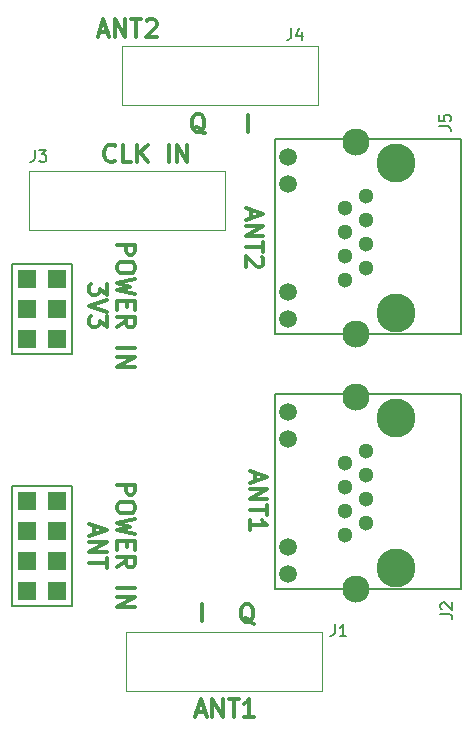
<source format=gbr>
G04 #@! TF.GenerationSoftware,KiCad,Pcbnew,(5.99.0-10394-g2e15de97e0)*
G04 #@! TF.CreationDate,2021-06-23T12:34:00+02:00*
G04 #@! TF.ProjectId,RFIQINT02A,52464951-494e-4543-9032-412e6b696361,REV*
G04 #@! TF.SameCoordinates,Original*
G04 #@! TF.FileFunction,Legend,Top*
G04 #@! TF.FilePolarity,Positive*
%FSLAX46Y46*%
G04 Gerber Fmt 4.6, Leading zero omitted, Abs format (unit mm)*
G04 Created by KiCad (PCBNEW (5.99.0-10394-g2e15de97e0)) date 2021-06-23 12:34:00*
%MOMM*%
%LPD*%
G01*
G04 APERTURE LIST*
%ADD10C,0.300000*%
%ADD11C,0.150000*%
%ADD12C,0.120000*%
%ADD13R,1.524000X1.524000*%
%ADD14C,3.300000*%
%ADD15C,1.300000*%
%ADD16C,1.500000*%
%ADD17C,2.300000*%
G04 APERTURE END LIST*
D10*
X22940200Y21326171D02*
X22940200Y20611885D01*
X22511628Y21469028D02*
X24011628Y20969028D01*
X22511628Y20469028D01*
X22511628Y19969028D02*
X24011628Y19969028D01*
X22511628Y19111885D01*
X24011628Y19111885D01*
X24011628Y18611885D02*
X24011628Y17754742D01*
X22511628Y18183314D02*
X24011628Y18183314D01*
X22511628Y16469028D02*
X22511628Y17326171D01*
X22511628Y16897600D02*
X24011628Y16897600D01*
X23797342Y17040457D01*
X23654485Y17183314D01*
X23583057Y17326171D01*
X18018428Y1096200D02*
X18732714Y1096200D01*
X17875571Y667628D02*
X18375571Y2167628D01*
X18875571Y667628D01*
X19375571Y667628D02*
X19375571Y2167628D01*
X20232714Y667628D01*
X20232714Y2167628D01*
X20732714Y2167628D02*
X21589857Y2167628D01*
X21161285Y667628D02*
X21161285Y2167628D01*
X22875571Y667628D02*
X22018428Y667628D01*
X22447000Y667628D02*
X22447000Y2167628D01*
X22304142Y1953342D01*
X22161285Y1810485D01*
X22018428Y1739057D01*
X18465800Y8744828D02*
X18465800Y10244828D01*
X9788828Y58627200D02*
X10503114Y58627200D01*
X9645971Y58198628D02*
X10145971Y59698628D01*
X10645971Y58198628D01*
X11145971Y58198628D02*
X11145971Y59698628D01*
X12003114Y58198628D01*
X12003114Y59698628D01*
X12503114Y59698628D02*
X13360257Y59698628D01*
X12931685Y58198628D02*
X12931685Y59698628D01*
X13788828Y59555771D02*
X13860257Y59627200D01*
X14003114Y59698628D01*
X14360257Y59698628D01*
X14503114Y59627200D01*
X14574542Y59555771D01*
X14645971Y59412914D01*
X14645971Y59270057D01*
X14574542Y59055771D01*
X13717400Y58198628D01*
X14645971Y58198628D01*
X22402800Y50146828D02*
X22402800Y51646828D01*
X11323928Y20311891D02*
X12823928Y20311891D01*
X12823928Y19740462D01*
X12752500Y19597605D01*
X12681071Y19526177D01*
X12538214Y19454748D01*
X12323928Y19454748D01*
X12181071Y19526177D01*
X12109642Y19597605D01*
X12038214Y19740462D01*
X12038214Y20311891D01*
X12823928Y18526177D02*
X12823928Y18240462D01*
X12752500Y18097605D01*
X12609642Y17954748D01*
X12323928Y17883320D01*
X11823928Y17883320D01*
X11538214Y17954748D01*
X11395357Y18097605D01*
X11323928Y18240462D01*
X11323928Y18526177D01*
X11395357Y18669034D01*
X11538214Y18811891D01*
X11823928Y18883320D01*
X12323928Y18883320D01*
X12609642Y18811891D01*
X12752500Y18669034D01*
X12823928Y18526177D01*
X12823928Y17383320D02*
X11323928Y17026177D01*
X12395357Y16740462D01*
X11323928Y16454748D01*
X12823928Y16097605D01*
X12109642Y15526177D02*
X12109642Y15026177D01*
X11323928Y14811891D02*
X11323928Y15526177D01*
X12823928Y15526177D01*
X12823928Y14811891D01*
X11323928Y13311891D02*
X12038214Y13811891D01*
X11323928Y14169034D02*
X12823928Y14169034D01*
X12823928Y13597605D01*
X12752500Y13454748D01*
X12681071Y13383320D01*
X12538214Y13311891D01*
X12323928Y13311891D01*
X12181071Y13383320D01*
X12109642Y13454748D01*
X12038214Y13597605D01*
X12038214Y14169034D01*
X11323928Y11526177D02*
X12823928Y11526177D01*
X11323928Y10811891D02*
X12823928Y10811891D01*
X11323928Y9954748D01*
X12823928Y9954748D01*
X9337500Y16847605D02*
X9337500Y16133320D01*
X8908928Y16990462D02*
X10408928Y16490462D01*
X8908928Y15990462D01*
X8908928Y15490462D02*
X10408928Y15490462D01*
X8908928Y14633320D01*
X10408928Y14633320D01*
X10408928Y14133320D02*
X10408928Y13276177D01*
X8908928Y13704748D02*
X10408928Y13704748D01*
X18732428Y50054771D02*
X18589571Y50126200D01*
X18446714Y50269057D01*
X18232428Y50483342D01*
X18089571Y50554771D01*
X17946714Y50554771D01*
X18018142Y50197628D02*
X17875285Y50269057D01*
X17732428Y50411914D01*
X17661000Y50697628D01*
X17661000Y51197628D01*
X17732428Y51483342D01*
X17875285Y51626200D01*
X18018142Y51697628D01*
X18303857Y51697628D01*
X18446714Y51626200D01*
X18589571Y51483342D01*
X18661000Y51197628D01*
X18661000Y50697628D01*
X18589571Y50411914D01*
X18446714Y50269057D01*
X18303857Y50197628D01*
X18018142Y50197628D01*
X22610000Y43596891D02*
X22610000Y42882605D01*
X22181428Y43739748D02*
X23681428Y43239748D01*
X22181428Y42739748D01*
X22181428Y42239748D02*
X23681428Y42239748D01*
X22181428Y41382605D01*
X23681428Y41382605D01*
X23681428Y40882605D02*
X23681428Y40025462D01*
X22181428Y40454034D02*
X23681428Y40454034D01*
X23538571Y39596891D02*
X23610000Y39525462D01*
X23681428Y39382605D01*
X23681428Y39025462D01*
X23610000Y38882605D01*
X23538571Y38811177D01*
X23395714Y38739748D01*
X23252857Y38739748D01*
X23038571Y38811177D01*
X22181428Y39668320D01*
X22181428Y38739748D01*
X11323928Y40631891D02*
X12823928Y40631891D01*
X12823928Y40060462D01*
X12752500Y39917605D01*
X12681071Y39846177D01*
X12538214Y39774748D01*
X12323928Y39774748D01*
X12181071Y39846177D01*
X12109642Y39917605D01*
X12038214Y40060462D01*
X12038214Y40631891D01*
X12823928Y38846177D02*
X12823928Y38560462D01*
X12752500Y38417605D01*
X12609642Y38274748D01*
X12323928Y38203320D01*
X11823928Y38203320D01*
X11538214Y38274748D01*
X11395357Y38417605D01*
X11323928Y38560462D01*
X11323928Y38846177D01*
X11395357Y38989034D01*
X11538214Y39131891D01*
X11823928Y39203320D01*
X12323928Y39203320D01*
X12609642Y39131891D01*
X12752500Y38989034D01*
X12823928Y38846177D01*
X12823928Y37703320D02*
X11323928Y37346177D01*
X12395357Y37060462D01*
X11323928Y36774748D01*
X12823928Y36417605D01*
X12109642Y35846177D02*
X12109642Y35346177D01*
X11323928Y35131891D02*
X11323928Y35846177D01*
X12823928Y35846177D01*
X12823928Y35131891D01*
X11323928Y33631891D02*
X12038214Y34131891D01*
X11323928Y34489034D02*
X12823928Y34489034D01*
X12823928Y33917605D01*
X12752500Y33774748D01*
X12681071Y33703320D01*
X12538214Y33631891D01*
X12323928Y33631891D01*
X12181071Y33703320D01*
X12109642Y33774748D01*
X12038214Y33917605D01*
X12038214Y34489034D01*
X11323928Y31846177D02*
X12823928Y31846177D01*
X11323928Y31131891D02*
X12823928Y31131891D01*
X11323928Y30274748D01*
X12823928Y30274748D01*
X10408928Y37310462D02*
X10408928Y36381891D01*
X9837500Y36881891D01*
X9837500Y36667605D01*
X9766071Y36524748D01*
X9694642Y36453320D01*
X9551785Y36381891D01*
X9194642Y36381891D01*
X9051785Y36453320D01*
X8980357Y36524748D01*
X8908928Y36667605D01*
X8908928Y37096177D01*
X8980357Y37239034D01*
X9051785Y37310462D01*
X10408928Y35953320D02*
X8908928Y35453320D01*
X10408928Y34953320D01*
X10408928Y34596177D02*
X10408928Y33667605D01*
X9837500Y34167605D01*
X9837500Y33953320D01*
X9766071Y33810462D01*
X9694642Y33739034D01*
X9551785Y33667605D01*
X9194642Y33667605D01*
X9051785Y33739034D01*
X8980357Y33810462D01*
X8908928Y33953320D01*
X8908928Y34381891D01*
X8980357Y34524748D01*
X9051785Y34596177D01*
X11159657Y47749685D02*
X11088228Y47678257D01*
X10873942Y47606828D01*
X10731085Y47606828D01*
X10516800Y47678257D01*
X10373942Y47821114D01*
X10302514Y47963971D01*
X10231085Y48249685D01*
X10231085Y48463971D01*
X10302514Y48749685D01*
X10373942Y48892542D01*
X10516800Y49035400D01*
X10731085Y49106828D01*
X10873942Y49106828D01*
X11088228Y49035400D01*
X11159657Y48963971D01*
X12516800Y47606828D02*
X11802514Y47606828D01*
X11802514Y49106828D01*
X13016800Y47606828D02*
X13016800Y49106828D01*
X13873942Y47606828D02*
X13231085Y48463971D01*
X13873942Y49106828D02*
X13016800Y48249685D01*
X15659657Y47606828D02*
X15659657Y49106828D01*
X16373942Y47606828D02*
X16373942Y49106828D01*
X17231085Y47606828D01*
X17231085Y49106828D01*
X22872628Y8551171D02*
X22729771Y8622600D01*
X22586914Y8765457D01*
X22372628Y8979742D01*
X22229771Y9051171D01*
X22086914Y9051171D01*
X22158342Y8694028D02*
X22015485Y8765457D01*
X21872628Y8908314D01*
X21801200Y9194028D01*
X21801200Y9694028D01*
X21872628Y9979742D01*
X22015485Y10122600D01*
X22158342Y10194028D01*
X22444057Y10194028D01*
X22586914Y10122600D01*
X22729771Y9979742D01*
X22801200Y9694028D01*
X22801200Y9194028D01*
X22729771Y8908314D01*
X22586914Y8765457D01*
X22444057Y8694028D01*
X22158342Y8694028D01*
D11*
X26031866Y58966219D02*
X26031866Y58251933D01*
X25984247Y58109076D01*
X25889009Y58013838D01*
X25746152Y57966219D01*
X25650914Y57966219D01*
X26936628Y58632885D02*
X26936628Y57966219D01*
X26698533Y59013838D02*
X26460438Y58299552D01*
X27079485Y58299552D01*
X38568380Y50644466D02*
X39282666Y50644466D01*
X39425523Y50596847D01*
X39520761Y50501609D01*
X39568380Y50358752D01*
X39568380Y50263514D01*
X38568380Y51596847D02*
X38568380Y51120657D01*
X39044571Y51073038D01*
X38996952Y51120657D01*
X38949333Y51215895D01*
X38949333Y51453990D01*
X38996952Y51549228D01*
X39044571Y51596847D01*
X39139809Y51644466D01*
X39377904Y51644466D01*
X39473142Y51596847D01*
X39520761Y51549228D01*
X39568380Y51453990D01*
X39568380Y51215895D01*
X39520761Y51120657D01*
X39473142Y51073038D01*
X38669980Y9344066D02*
X39384266Y9344066D01*
X39527123Y9296447D01*
X39622361Y9201209D01*
X39669980Y9058352D01*
X39669980Y8963114D01*
X38765219Y9772638D02*
X38717600Y9820257D01*
X38669980Y9915495D01*
X38669980Y10153590D01*
X38717600Y10248828D01*
X38765219Y10296447D01*
X38860457Y10344066D01*
X38955695Y10344066D01*
X39098552Y10296447D01*
X39669980Y9725019D01*
X39669980Y10344066D01*
X4314866Y48655219D02*
X4314866Y47940933D01*
X4267247Y47798076D01*
X4172009Y47702838D01*
X4029152Y47655219D01*
X3933914Y47655219D01*
X4695819Y48655219D02*
X5314866Y48655219D01*
X4981533Y48274266D01*
X5124390Y48274266D01*
X5219628Y48226647D01*
X5267247Y48179028D01*
X5314866Y48083790D01*
X5314866Y47845695D01*
X5267247Y47750457D01*
X5219628Y47702838D01*
X5124390Y47655219D01*
X4838676Y47655219D01*
X4743438Y47702838D01*
X4695819Y47750457D01*
X29714866Y8497819D02*
X29714866Y7783533D01*
X29667247Y7640676D01*
X29572009Y7545438D01*
X29429152Y7497819D01*
X29333914Y7497819D01*
X30714866Y7497819D02*
X30143438Y7497819D01*
X30429152Y7497819D02*
X30429152Y8497819D01*
X30333914Y8354961D01*
X30238676Y8259723D01*
X30143438Y8212104D01*
X7493000Y39009320D02*
X7493000Y31389320D01*
X2413000Y31389320D02*
X2413000Y39009320D01*
X7493000Y31389320D02*
X2413000Y31389320D01*
X2413000Y39009320D02*
X7493000Y39009320D01*
D12*
X28315200Y57465600D02*
X28315200Y52465600D01*
X11715200Y52465600D02*
X11715200Y57465600D01*
X11715200Y57465600D02*
X28315200Y57465600D01*
X28315200Y52465600D02*
X11715200Y52465600D01*
D11*
X24635000Y49548320D02*
X24635000Y33038320D01*
X40385000Y33038320D02*
X40385000Y49548320D01*
X24655000Y33038320D02*
X40385000Y33038320D01*
X40385000Y49548320D02*
X24635000Y49548320D01*
X24635000Y27958320D02*
X24635000Y11448320D01*
X40385000Y27958320D02*
X24635000Y27958320D01*
X40385000Y11448320D02*
X40385000Y27958320D01*
X24655000Y11448320D02*
X40385000Y11448320D01*
D12*
X20445000Y46843320D02*
X20445000Y41843320D01*
X3845000Y41843320D02*
X3845000Y46843320D01*
X3845000Y46843320D02*
X20445000Y46843320D01*
X20445000Y41843320D02*
X3845000Y41843320D01*
X12020000Y2878320D02*
X12020000Y7878320D01*
X28620000Y7878320D02*
X28620000Y2878320D01*
X28620000Y2878320D02*
X12020000Y2878320D01*
X12020000Y7878320D02*
X28620000Y7878320D01*
D11*
X7493000Y20213320D02*
X7493000Y10053320D01*
X2413000Y10053320D02*
X2413000Y20213320D01*
X2413000Y20213320D02*
X7493000Y20213320D01*
X7493000Y10053320D02*
X2413000Y10053320D01*
D13*
X3683000Y37739320D03*
X6223000Y37739320D03*
X3683000Y35199320D03*
X6223000Y35199320D03*
X3683000Y32659320D03*
X6223000Y32659320D03*
D14*
X34925000Y34818320D03*
X34925000Y47518320D03*
D15*
X32385000Y44718320D03*
X30605000Y43698320D03*
X32385000Y42688320D03*
X30605000Y41668320D03*
X32385000Y40658320D03*
X30605000Y39638320D03*
X32385000Y38628320D03*
X30605000Y37608320D03*
D16*
X25785000Y48028320D03*
X25785000Y45738320D03*
X25785000Y36598320D03*
X25785000Y34308320D03*
D17*
X31495000Y33038320D03*
X31495000Y49298320D03*
D14*
X34925000Y13228320D03*
X34925000Y25928320D03*
D15*
X32385000Y23128320D03*
X30605000Y22108320D03*
X32385000Y21098320D03*
X30605000Y20078320D03*
X32385000Y19068320D03*
X30605000Y18048320D03*
X32385000Y17038320D03*
X30605000Y16018320D03*
D16*
X25785000Y26438320D03*
X25785000Y24148320D03*
X25785000Y15008320D03*
X25785000Y12718320D03*
D17*
X31495000Y11448320D03*
X31495000Y27708320D03*
D13*
X3683000Y18943320D03*
X6223000Y18943320D03*
X3683000Y16403320D03*
X6223000Y16403320D03*
X3683000Y13863320D03*
X6223000Y13863320D03*
X3683000Y11323320D03*
X6223000Y11323320D03*
M02*

</source>
